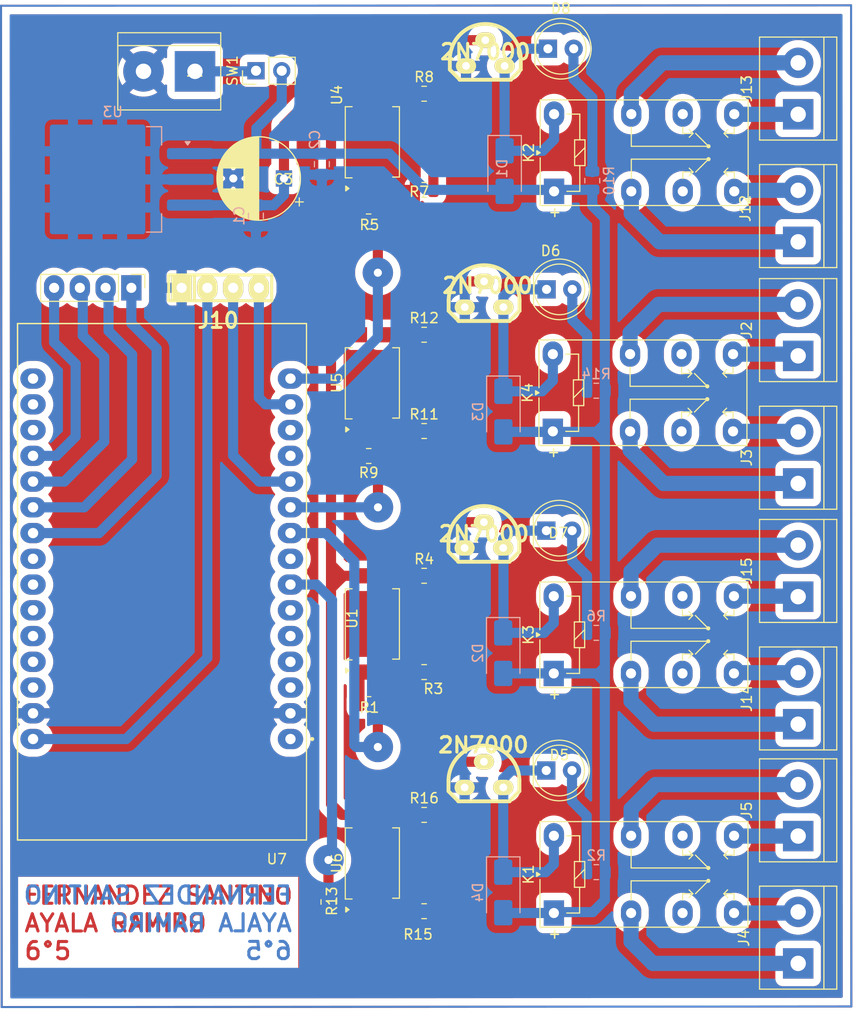
<source format=kicad_pcb>
(kicad_pcb (version 20241229) (generator "pcbnew") (generator_version "9.0")
  (layers (0 "F.Cu" signal) (2 "B.Cu" signal) (13 "F.Paste" user) (15 "B.Paste" user) (5 "F.SilkS" user "F.Silkscreen") (7 "B.SilkS" user "B.Silkscreen") (1 "F.Mask" user) (3 "B.Mask" user) (25 "Edge.Cuts" user))
  (net 0 "")
  (net 1 "GND")
  (net 2 "+5V")
  (net 3 "12V")
  (net 4 "Net-(D1-A)")
  (net 5 "Net-(D2-A)")
  (net 6 "Net-(D3-A)")
  (net 7 "Net-(D4-A)")
  (net 8 "NO1")
  (net 9 "COM1")
  (net 10 "NO1.1")
  (net 11 "COM1.1")
  (net 12 "COM2.1")
  (net 13 "NO2.1")
  (net 14 "COM2")
  (net 15 "NO2")
  (net 16 "NO1.2")
  (net 17 "COM1.2")
  (net 18 "COM2.2")
  (net 19 "NO2.2")
  (net 20 "COM1.3")
  (net 21 "NO1.3")
  (net 22 "COM2.3")
  (net 23 "NO2.3")
  (net 24 "Net-(Q1-G)")
  (net 25 "Net-(R8-Pad1)")
  (net 26 "Net-(Q2-G)")
  (net 27 "Net-(Q3-G)")
  (net 28 "Net-(R4-Pad1)")
  (net 29 "Net-(Q4-G)")
  (net 30 "Net-(R12-Pad1)")
  (net 31 "Net-(R1-Pad2)")
  (net 32 "Net-(R5-Pad2)")
  (net 33 "GPIO18")
  (net 34 "Net-(R16-Pad1)")
  (net 35 "Net-(R9-Pad2)")
  (net 36 "Net-(R13-Pad2)")
  (net 37 "5V")
  (net 38 "SCL")
  (net 39 "SDA")
  (net 40 "GPIO23")
  (net 41 "GPIO19")
  (net 42 "GPIO17")
  (net 43 "Net-(D5-A)")
  (net 44 "Net-(D6-A)")
  (net 45 "Net-(D7-A)")
  (net 46 "Net-(D8-A)")
  (net 47 "GPIO33")
  (net 48 "GPIO32")
  (net 49 "Net-(J1-Pin_1)")
  (net 58 "GPIO34")
  (net 59 "GPIO35")
  (footprint "Resistor_SMD:R_0805_2012Metric" (layer "F.Cu") (at 114.89 116.63)
    (property "Reference" "R12")
    (property "Value" "1k")
  )
  (footprint "TerminalBlock:TerminalBlock_bornier-2_P5.08mm" (layer "F.Cu") (at 151.79425 142.47 90)
    (property "Reference" "J15")
    (property "Value" "Screw_Terminal_01x02")
  )
  (footprint "TerminalBlock:TerminalBlock_bornier-2_P5.08mm" (layer "F.Cu") (at 151.79425 94.88 90)
    (property "Reference" "J13")
    (property "Value" "Screw_Terminal_01x02")
  )
  (footprint "TerminalBlock:TerminalBlock_bornier-2_P5.08mm" (layer "F.Cu") (at 151.79425 107.46 90)
    (property "Reference" "J12")
    (property "Value" "Screw_Terminal_01x02")
  )
  (footprint "Package_SO:SSO-4_6.7x5.1mm_P2.54mm_Clearance8mm" (layer "F.Cu") (at 109.78 145.16 90)
    (property "Reference" "U1")
    (property "Value" "PC817")
  )
  (footprint "Resistor_SMD:R_0805_2012Metric" (layer "F.Cu") (at 114.89 173.5 180)
    (property "Reference" "R15")
    (property "Value" "10k")
  )
  (footprint "LED_THT:LED_D5.0mm" (layer "F.Cu") (at 126.95 135.955)
    (property "Reference" "D7")
    (property "Value" "LED")
  )
  (footprint "Package_SO:SSO-4_6.7x5.1mm_P2.54mm_Clearance8mm" (layer "F.Cu") (at 109.78 97.6 90)
    (property "Reference" "U4")
    (property "Value" "PC817")
  )
  (footprint "Resistor_SMD:R_0805_2012Metric" (layer "F.Cu") (at 114.89 92.85)
    (property "Reference" "R8")
    (property "Value" "1k")
  )
  (footprint "Resistor_SMD:R_0805_2012Metric" (layer "F.Cu") (at 114.89 126.127)
    (property "Reference" "R11")
    (property "Value" "10k")
  )
  (footprint "EESTN5:to92" (layer "F.Cu") (at 120.92575 89.47)
    (property "Reference" "Q2" (hide yes))
    (property "Value" "2N7000")
  )
  (footprint "Connector_PinHeader_2.54mm:PinHeader_1x02_P2.54mm_Vertical" (layer "F.Cu") (at 98.3 90.58 90)
    (property "Reference" "SW1")
    (property "Value" "SW_SPST")
  )
  (footprint "EESTN5:to92" (layer "F.Cu") (at 120.805 113.27)
    (property "Reference" "Q3" (hide yes))
    (property "Value" "2N7000")
  )
  (footprint "Package_SO:SSO-4_6.7x5.1mm_P2.54mm_Clearance8mm" (layer "F.Cu") (at 109.78 121.38 90)
    (property "Reference" "U5")
    (property "Value" "PC817")
  )
  (footprint "LED_THT:LED_D5.0mm" (layer "F.Cu") (at 126.94 159.618)
    (property "Reference" "D5")
    (property "Value" "LED")
  )
  (footprint "Resistor_SMD:R_0805_2012Metric" (layer "F.Cu") (at 114.89 149.91 180)
    (property "Reference" "R3")
    (property "Value" "10k")
  )
  (footprint "Relay_THT:Relay_DPDT_Omron_G6A" (layer "F.Cu") (at 127.679706 150.04 90)
    (property "Reference" "K3")
    (property "Value" "G6AU")
  )
  (footprint "LED_THT:LED_D5.0mm" (layer "F.Cu") (at 126.97 112.15)
    (property "Reference" "D6")
    (property "Value" "LED")
  )
  (footprint "Relay_THT:Relay_DPDT_Omron_G6A" (layer "F.Cu") (at 127.589706 126.16 90)
    (property "Reference" "K4")
    (property "Value" "G6AU")
  )
  (footprint "EESTN5:to92" (layer "F.Cu") (at 120.79 160.658)
    (property "Reference" "Q4" (hide yes))
    (property "Value" "2N7000")
  )
  (footprint "Connector_PinHeader_2.54mm:PinHeader_1x04_P2.54mm_Vertical" (layer "F.Cu") (at 86 112 -90)
    (property "Reference" "J6")
    (property "Value" "PINERA")
  )
  (footprint "TerminalBlock:TerminalBlock_bornier-2_P5.08mm" (layer "F.Cu") (at 151.79425 166.088 90)
    (property "Reference" "J5")
    (property "Value" "Screw_Terminal_01x02")
  )
  (footprint "Resistor_SMD:R_0805_2012Metric" (layer "F.Cu") (at 114.89 164)
    (property "Reference" "R16")
    (property "Value" "1k")
  )
  (footprint "Capacitor_THT:CP_Radial_D8.0mm_P5.00mm" (layer "F.Cu") (at 101.06 101.21 180)
    (property "Reference" "C3")
    (property "Value" "0.1uf")
  )
  (footprint "Resistor_SMD:R_0805_2012Metric" (layer "F.Cu") (at 114.89 140.41)
    (property "Reference" "R4")
    (property "Value" "1k")
  )
  (footprint "TerminalBlock:TerminalBlock_bornier-2_P5.08mm" (layer "F.Cu") (at 151.79425 178.65 90)
    (property "Reference" "J4")
    (property "Value" "Screw_Terminal_01x02")
  )
  (footprint "Resistor_SMD:R_0805_2012Metric" (layer "F.Cu") (at 109.4225 128.59 180)
    (property "Reference" "R9")
    (property "Value" "1k")
  )
  (footprint "EESTN5:to92" (layer "F.Cu") (at 120.785 137.025)
    (property "Reference" "Q1" (hide yes))
    (property "Value" "2N7000")
  )
  (footprint "Resistor_SMD:R_0805_2012Metric" (layer "F.Cu") (at 109.41 153.07 180)
    (property "Reference" "R1")
    (property "Value" "1k")
  )
  (footprint "Relay_THT:Relay_DPDT_Omron_G6A" (layer "F.Cu") (at 127.689706 173.68 90)
    (property "Reference" "K1")
    (property "Value" "G6AU")
  )
  (footprint "TerminalBlock:TerminalBlock_bornier-2_P5.08mm" (layer "F.Cu") (at 92.28 90.64 180)
    (property "Reference" "J1")
    (property "Value" "Screw_Terminal_01x02")
  )
  (footprint "Relay_THT:Relay_DPDT_Omron_G6A" (layer "F.Cu") (at 127.709706 102.48 90)
    (property "Reference" "K2")
    (property "Value" "G6AU")
  )
  (footprint "EESTN5:pin_strip_4" (layer "F.Cu") (at 94.77 112)
    (property "Reference" "J10")
    (property "Value" "LCD I2C" (hide yes))
  )
  (footprint "Package_SO:SSO-4_6.7x5.1mm_P2.54mm_Clearance8mm" (layer "F.Cu") (at 109.78 168.75 90)
    (property "Reference" "U6")
    (property "Value" "PC817")
  )
  (footprint "Resistor_SMD:R_0805_2012Metric" (layer "F.Cu") (at 109.41 105.45 180)
    (property "Reference" "R5")
    (property "Value" "1k")
  )
  (footprint "TerminalBlock:TerminalBlock_bornier-2_P5.08mm" (layer "F.Cu") (at 151.79425 118.71 90)
    (property "Reference" "J2")
    (property "Value" "Screw_Terminal_01x02")
  )
  (footprint "Resistor_SMD:R_0805_2012Metric" (layer "F.Cu") (at 114.89 102.34 180)
    (property "Reference" "R7")
    (property "Value" "10k")
  )
  (footprint "MixLib-main:MODULE_ESP32_DEVKIT_V1" (layer "F.Cu") (at 89 141 180)
    (property "Reference" "U7")
    (property "Value" "ESP32-DEVKIT-30pin")
  )
  (footprint "TerminalBlock:TerminalBlock_bornier-2_P5.08mm" (layer "F.Cu") (at 151.79425 131.3 90)
    (property "Reference" "J3")
    (property "Value" "Screw_Terminal_01x02")
  )
  (footprint "TerminalBlock:TerminalBlock_bornier-2_P5.08mm" (layer "F.Cu") (at 151.79425 155.05 90)
    (property "Reference" "J14")
    (property "Value" "Screw_Terminal_01x02")
  )
  (footprint "Resistor_SMD:R_0805_2012Metric" (layer "F.Cu") (at 105.45 172.5875 -90)
    (property "Reference" "R13")
    (property "Value" "1k")
  )
  (footprint "LED_THT:LED_D5.0mm" (layer "F.Cu") (at 127.10575 88.41)
    (property "Reference" "D8")
    (property "Value" "LED")
  )
  (footprint "Resistor_SMD:R_0805_2012Metric" (layer "B.Cu") (at 131.48 101.42 90)
    (property "Reference" "R10")
    (property "Value" "1k")
  )
  (footprint "Capacitor_SMD:C_0805_2012Metric_Pad1.18x1.45mm_HandSolder" (layer "B.Cu") (at 104.8 99.8 -90)
    (property "Reference" "C2")
    (property "Value" "0.22uf")
  )
  (footprint "Diode_SMD:D_SMA" (layer "B.Cu") (at 122.69 148.04 -90)
    (property "Reference" "D2")
    (property "Value" "DIODE")
  )
  (footprint "Diode_SMD:D_SMA" (layer "B.Cu") (at 122.83075 100.48 -90)
    (property "Reference" "D1")
    (property "Value" "DIODE")
  )
  (footprint "Resistor_SMD:R_0805_2012Metric" (layer "B.Cu") (at 131.8725 122.15 180)
    (property "Reference" "R14")
    (property "Value" "1k")
  )
  (footprint "Diode_SMD:D_SMA" (layer "B.Cu") (at 122.695 171.65 -90)
    (property "Reference" "D4")
    (property "Value" "DIODE")
  )
  (footprint "Diode_SMD:D_SMA" (layer "B.Cu") (at 122.71 124.21 -90)
    (property "Reference" "D3")
    (property "Value" "DIODE")
  )
  (footprint "Resistor_SMD:R_0805_2012Metric" (layer "B.Cu") (at 131.8725 146.04 180)
    (property "Reference" "R6")
    (property "Value" "1k")
  )
  (footprint "Resistor_SMD:R_0805_2012Metric" (layer "B.Cu") (at 131.8725 169.65 180)
    (property "Reference" "R2")
    (property "Value" "1k")
  )
  (footprint "Capacitor_SMD:C_0805_2012Metric_Pad1.18x1.45mm_HandSolder" (layer "B.Cu") (at 98.29 104.8875 -90)
    (property "Reference" "C1")
    (property "Value" "0.1uf")
  )
  (footprint "Package_TO_SOT_SMD:TO-263-3_TabPin2" (layer "B.Cu") (at 84.165 101.3 180)
    (property "Reference" "U3")
    (property "Value" "L7805")
  )
  (gr_line (start 73.14 84.17) (end 157.02 84.13) (stroke (width 0.2)) (layer "F.Cu"))
  (gr_line (start 157.02 84.13) (end 157.04 182.9) (stroke (width 0.2)) (layer "F.Cu"))
  (gr_line (start 157.04 182.9) (end 73.21 182.96) (stroke (width 0.2)) (layer "F.Cu"))
  (gr_line (start 73.21 182.96) (end 73.14 84.17) (stroke (width 0.2)) (layer "F.Cu"))
  (gr_line (start 73.21 182.96) (end 73.14 84.17) (stroke (width 0.2)) (layer "B.Cu"))
  (gr_line (start 157.04 182.9) (end 73.21 182.96) (stroke (width 0.2)) (layer "B.Cu"))
  (gr_line (start 73.14 84.17) (end 157.02 84.13) (stroke (width 0.2)) (layer "B.Cu"))
  (gr_line (start 157.02 84.13) (end 157.04 182.9) (stroke (width 0.2)) (layer "B.Cu"))
  (gr_text "FERNANDEZ SANTINO\nAYALA RAMIRO\n6°5\n\n" (at 75.3 181.15 0) (layer "F.Cu") (effects (font (size 1.7 1.7) (thickness 0.3) (bold yes)) (justify left bottom)))
  (gr_text "FERNANDEZ SANTINO\nAYALA RAMIRO\n6°5\n" (at 102 178.4 0) (layer "B.Cu") (effects (font (size 1.7 1.7) (thickness 0.3) (bold yes)) (justify left bottom mirror)))
  (segment (start 105.7 141.66) (end 105.7 162.92) (width 1) (layer "F.Cu") (net 2))
  (segment (start 106.79 116.34) (end 105.7 115.25) (width 1) (layer "F.Cu") (net 2))
  (segment (start 105.7 162.92) (end 106.74 163.96) (width 1) (layer "F.Cu") (net 2))
  (segment (start 101.06 101.21) (end 101.06 95.96) (width 1) (layer "F.Cu") (net 2))
  (segment (start 105.7 93.96) (end 105.7 93.75) (width 1) (layer "F.Cu") (net 2))
  (segment (start 105.7 93.75) (end 106.6 92.85) (width 1) (layer "F.Cu") (net 2))
  (segment (start 106.6 92.85) (end 108.51 92.85) (width 1) (layer "F.Cu") (net 2))
  (segment (start 106.79 116.63) (end 106.79 116.34) (width 1) (layer "F.Cu") (net 2))
  (segment (start 106.79 116.63) (end 108.51 116.63) (width 1) (layer "F.Cu") (net 2))
  (segment (start 106.25 116.63) (end 106.79 116.63) (width 1) (layer "F.Cu") (net 2))
  (segment (start 105.7 116.6) (end 106.22 116.6) (width 1) (layer "F.Cu") (net 2))
  (segment (start 105.7 115.25) (end 105.7 116.6) (width 1) (layer "F.Cu") (net 2))
  (segment (start 105.7 118.03) (end 105.7 139.31) (width 1) (layer "F.Cu") (net 2))
  (segment (start 105.7 141.66) (end 106.8 140.56) (width 1) (layer "F.Cu") (net 2))
  (segment (start 105.7 140.36) (end 105.7 141.66) (width 1) (layer "F.Cu") (net 2))
  (segment (start 105.7 140.36) (end 105.75 140.41) (width 1) (layer "F.Cu") (net 2))
  (segment (start 105.7 118.03) (end 105.7 117.72) (width 1) (layer "F.Cu") (net 2))
  (segment (start 101.06 95.96) (end 104.17 92.85) (width 1) (layer "F.Cu") (net 2))
  (segment (start 106.8 140.41) (end 105.7 139.31) (width 1) (layer "F.Cu") (net 2))
  (segment (start 105.7 116.6) (end 105.7 118.03) (width 1) (layer "F.Cu") (net 2))
  (segment (start 106.78 164) (end 106.74 163.96) (width 0.2) (layer "F.Cu") (net 2))
  (segment (start 106.91 140.41) (end 106.8 140.41) (width 1) (layer "F.Cu") (net 2))
  (segment (start 104.17 92.85) (end 104.82 92.85) (width 1) (layer "F.Cu") (net 2))
  (segment (start 104.82 92.85) (end 105.7 92.85) (width 1) (layer "F.Cu") (net 2))
  (segment (start 106.91 140.41) (end 108.51 140.41) (width 1) (layer "F.Cu") (net 2))
  (segment (start 105.7 93.73) (end 104.82 92.85) (width 1) (layer "F.Cu") (net 2))
  (segment (start 105.7 92.85) (end 106.6 92.85) (width 1) (layer "F.Cu") (net 2))
  (segment (start 105.7 117.72) (end 106.79 116.63) (width 1) (layer "F.Cu") (net 2))
  (segment (start 105.7 93.96) (end 105.7 115.25) (width 1) (layer "F.Cu") (net 2))
  (segment (start 105.75 140.41) (end 106.91 140.41) (width 1) (layer "F.Cu") (net 2))
  (segment (start 105.7 93.96) (end 105.7 93.73) (width 1) (layer "F.Cu") (net 2))
  (segment (start 106.22 116.6) (end 106.25 116.63) (width 1) (layer "F.Cu") (net 2))
  (segment (start 106.8 140.56) (end 106.8 140.41) (width 1) (layer "F.Cu") (net 2))
  (segment (start 108.51 164) (end 106.78 164) (width 1) (layer "F.Cu") (net 2))
  (segment (start 105.7 92.85) (end 105.7 93.96) (width 1) (layer "F.Cu") (net 2))
  (segment (start 105.7 139.31) (end 105.7 140.36) (width 1) (layer "F.Cu") (net 2))
  (segment (start 101.06 102.83) (end 101.06 101.21) (width 1) (layer "B.Cu") (net 2))
  (segment (start 98.29 103.85) (end 100.04 103.85) (width 1) (layer "B.Cu") (net 2))
  (segment (start 91.825 103.85) (end 91.815 103.84) (width 0.2) (layer "B.Cu") (net 2))
  (segment (start 100.04 103.85) (end 101.06 102.83) (width 1) (layer "B.Cu") (net 2))
  (segment (start 98.29 103.85) (end 91.825 103.85) (width 1) (layer "B.Cu") (net 2))
  (segment (start 131.48 102.335) (end 125.185 102.335) (width 1) (layer "B.Cu") (net 3))
  (segment (start 100.84 93.76) (end 98.34 96.26) (width 1) (layer "B.Cu") (net 3))
  (segment (start 132.48 150.04) (end 131.88 150.04) (width 1) (layer "B.Cu") (net 3))
  (segment (start 98.34 96.26) (end 98.34 98.7625) (width 1) (layer "B.Cu") (net 3))
  (segment (start 122.71 126.21) (end 125.67 126.21) (width 1) (layer "B.Cu") (net 3))
  (segment (start 98.3 98.7225) (end 98.34 98.7625) (width 0.2) (layer "B.Cu") (net 3))
  (segment (start 132.72 125.08) (end 132.72 105.14) (width 1) (layer "B.Cu") (net 3))
  (segment (start 125.67 126.21) (end 127.539706 126.21) (width 1) (layer "B.Cu") (net 3))
  (segment (start 131.91 126.21) (end 132.72 125.4) (width 1) (layer "B.Cu") (net 3))
  (segment (start 132.72 105.14) (end 131.48 103.9) (width 1) (layer "B.Cu") (net 3))
  (segment (start 132.72 125.4) (end 132.72 125.08) (width 1) (layer "B.Cu") (net 3))
  (segment (start 126.505 102.335) (end 115.025 102.335) (width 1) (layer "B.Cu") (net 3))
  (segment (start 132.72 150.88) (end 131.88 150.04) (width 1) (layer "B.Cu") (net 3))
  (segment (start 132.72 150.28) (end 132.48 150.04) (width 1) (layer "B.Cu") (net 3))
  (segment (start 127.779706 173.59) (end 131.53 173.59) (width 1) (layer "B.Cu") (net 3))
  (segment (start 132.72 126.54) (end 132.72 126.05) (width 1) (layer "B.Cu") (net 3))
  (segment (start 127.539706 126.21) (end 127.589706 126.16) (width 0.2) (layer "B.Cu") (net 3))
  (segment (start 127.689706 173.68) (end 122.91 173.68) (width 1) (layer "B.Cu") (net 3))
  (segment (start 131.53 173.59) (end 132.7225 172.3975) (width 1) (layer "B.Cu") (net 3))
  (segment (start 123.1 150.04) (end 127.679706 150.04) (width 1) (layer "B.Cu") (net 3))
  (segment (start 100.84 90.58) (end 100.84 93.76) (width 1) (layer "B.Cu") (net 3))
  (segment (start 132.72 168.569252) (end 132.72 150.88) (width 1) (layer "B.Cu") (net 3))
  (segment (start 91.82 98.705) (end 91.79 98.735) (width 1) (layer "B.Cu") (net 3))
  (segment (start 122.91 173.68) (end 122.88 173.65) (width 1) (layer "B.Cu") (net 3))
  (segment (start 132.56 126.21) (end 132.72 126.05) (width 1) (layer "B.Cu") (net 3))
  (segment (start 131.88 126.21) (end 131.88 126.31) (width 1) (layer "B.Cu") (net 3))
  (segment (start 131.48 103.9) (end 131.48 102.335) (width 1) (layer "B.Cu") (net 3))
  (segment (start 125.67 126.21) (end 131.88 126.21) (width 1) (layer "B.Cu") (net 3))
  (segment (start 115.025 102.335) (end 111.4525 98.7625) (width 1) (layer "B.Cu") (net 3))
  (segment (start 131.88 150.04) (end 127.679706 150.04) (width 1) (layer "B.Cu") (net 3))
  (segment (start 132.72 150.74) (end 132.72 150.28) (width 1) (layer "B.Cu") (net 3))
  (segment (start 132.72 127.15) (end 132.72 127.25) (width 1) (layer "B.Cu") (net 3))
  (segment (start 132.72 126.05) (end 132.72 125.4) (width 1) (layer "B.Cu") (net 3))
  (segment (start 131.88 126.21) (end 131.91 126.21) (width 1) (layer "B.Cu") (net 3))
  (segment (start 92.165 98.77) (end 98.3325 98.77) (width 1) (layer "B.Cu") (net 3))
  (segment (start 127.689706 173.68) (end 127.779706 173.59) (width 1) (layer "B.Cu") (net 3))
  (segment (start 98.3325 98.77) (end 98.34 98.7625) (width 0.2) (layer "B.Cu") (net 3))
  (segment (start 131.88 126.31) (end 132.72 127.15) (width 1) (layer "B.Cu") (net 3))
  (segment (start 111.4525 98.7625) (end 98.34 98.7625) (width 1) (layer "B.Cu") (net 3))
  (segment (start 132.72 105.14) (end 132.15 104.57) (width 1) (layer "B.Cu") (net 3))
  (segment (start 131.88 150.04) (end 132.08 150.04) (width 1) (layer "B.Cu") (net 3))
  (segment (start 132.72 149.4) (end 132.72 127.25) (width 1) (layer "B.Cu") (net 3))
  (segment (start 132.72 149.82) (end 132.72 149.4) (width 1) (layer "B.Cu") (net 3))
  (segment (start 132.7225 172.3975) (end 132.7225 168.571752) (width 1) (layer "B.Cu") (net 3))
  (segment (start 91.79 98.735) (end 91.815 98.76) (width 0.2) (layer "B.Cu") (net 3))
  (segment (start 132.7225 168.571752) (end 132.72 168.569252) (width 1) (layer "B.Cu") (net 3))
  (segment (start 132.08 150.04) (end 132.72 149.4) (width 1) (layer "B.Cu") (net 3))
  (segment (start 132.72 127.25) (end 132.72 126.54) (width 1) (layer "B.Cu") (net 3))
  (segment (start 131.88 126.21) (end 132.56 126.21) (width 1) (layer "B.Cu") (net 3))
  (segment (start 132.72 150.28) (end 132.72 149.82) (width 1) (layer "B.Cu") (net 3))
  (segment (start 122.83075 98.48) (end 122.83075 90.105) (width 1) (layer "B.Cu") (net 4))
  (segment (start 127.709706 97.370294) (end 127.709706 94.86) (width 1) (layer "B.Cu") (net 4))
  (segment (start 127.10575 88.41) (end 124.52575 88.41) (width 1) (layer "B.Cu") (net 4))
  (segment (start 124.52575 88.41) (end 122.83075 90.105) (width 1) (layer "B.Cu") (net 4))
  (segment (start 122.83075 98.48) (end 126.6 98.48) (width 1) (layer "B.Cu") (net 4))
  (segment (start 126.6 98.48) (end 127.709706 97.370294) (width 1) (layer "B.Cu") (net 4))
  (segment (start 122.69 137.66) (end 122.72 137.69) (width 1) (layer "B.Cu") (net 5))
  (segment (start 126.71 146.04) (end 127.679706 145.070294) (width 1) (layer "B.Cu") (net 5))
  (segment (start 123.505 135.955) (end 122.69 136.77) (width 1) (layer "B.Cu") (net 5))
  (segment (start 123.1 146.04) (end 126.71 146.04) (width 1) (layer "B.Cu") (net 5))
  (segment (start 122.72 145.66) (end 123.1 146.04) (width 1) (layer "B.Cu") (net 5))
  (segment (start 127.679706 145.070294) (end 127.679706 142.42) (width 1) (layer "B.Cu") (net 5))
  (segment (start 126.95 135.955) (end 123.505 135.955) (width 1) (layer "B.Cu") (net 5))
  (segment (start 122.72 137.69) (end 122.72 145.66) (width 1) (layer "B.Cu") (net 5))
  (segment (start 122.69 136.77) (end 122.69 137.66) (width 1) (layer "B.Cu") (net 5))
  (segment (start 123.41 112.15) (end 122.71 112.85) (width 1) (layer "B.Cu") (net 6))
  (segment (start 122.71 122.21) (end 122.71 113.905) (width 1) (layer "B.Cu") (net 6))
  (segment (start 122.71 122.21) (end 126.53 122.21) (width 1) (layer "B.Cu") (net 6))
  (segment (start 122.71 112.85) (end 122.71 113.905) (width 1) (layer "B.Cu") (net 6))
  (segment (start 126.53 122.21) (end 127.589706 121.150294) (width 1) (layer "B.Cu") (net 6))
  (segment (start 127.589706 121.150294) (end 127.589706 118.54) (width 1) (layer "B.Cu") (net 6))
  (segment (start 126.97 112.15) (end 123.41 112.15) (width 1) (layer "B.Cu") (net 6))
  (segment (start 126.89 169.65) (end 127.689706 168.850294) (width 1) (layer "B.Cu") (net 7))
  (segment (start 127.689706 168.850294) (end 127.689706 166.06) (width 1) (layer "B.Cu") (net 7))
  (segment (start 123.502 159.618) (end 122.695 160.425) (width 1) (layer "B.Cu") (net 7))
  (segment (start 126.94 159.618) (end 123.502 159.618) (width 1) (layer "B.Cu") (net 7))
  (segment (start 122.695 160.425) (end 122.695 161.293) (width 1) (layer "B.Cu") (net 7))
  (segment (start 122.695 161.293) (end 122.695 169.465) (width 1) (layer "B.Cu") (net 7))
  (segment (start 122.88 169.65) (end 126.89 169.65) (width 1) (layer "B.Cu") (net 7))
  (segment (start 122.695 169.465) (end 122.88 169.65) (width 1) (layer "B.Cu") (net 7))
  (segment (start 151.79425 102.38) (end 145.45 102.38) (width 1.5) (layer "B.Cu") (net 8))
  (segment (start 138.12 107.46) (end 135.329706 104.669706) (width 1.5) (layer "B.Cu") (net 9))
  (segment (start 135.329706 104.669706) (end 135.329706 102.48) (width 1.5) (layer "B.Cu") (net 9))
  (segment (start 151.79425 107.46) (end 138.12 107.46) (width 1.5) (layer "B.Cu") (net 9))
  (segment (start 151.79425 149.97) (end 145.29425 149.97) (width 1.5) (layer "B.Cu") (net 10))
  (segment (start 135.299706 152.769706) (end 135.299706 150.04) (width 1.5) (layer "B.Cu") (net 11))
  (segment (start 137.58 155.05) (end 135.299706 152.769706) (width 1.5) (layer "B.Cu") (net 11))
  (segment (start 151.79425 155.05) (end 137.58 155.05) (width 1.5) (layer "B.Cu") (net 11))
  (segment (start 135.299706 139.980294) (end 135.299706 142.42) (width 1.5) (layer "B.Cu") (net 12))
  (segment (start 151.79425 137.39) (end 137.89 137.39) (width 1.5) (layer "B.Cu") (net 12))
  (segment (start 137.89 137.39) (end 135.299706 139.980294) (width 1.5) (layer "B.Cu") (net 12))
  (segment (start 151.79425 142.47) (end 151.74425 142.42) (width 1.5) (layer "B.Cu") (net 13))
  (segment (start 151.74425 142.42) (end 145.34425 142.42) (width 1.5) (layer "B.Cu") (net 13))
  (segment (start 145.34425 142.42) (end 145.29425 142.47) (width 1.5) (layer "B.Cu") (net 13))
  (segment (start 151.79425 89.8) (end 138.39 89.8) (width 1.5) (layer "B.Cu") (net 14))
  (segment (start 138.39 89.8) (end 135.329706 92.860294) (width 1.5) (layer "B.Cu") (net 14))
  (segment (start 135.329706 92.860294) (end 135.329706 94.86) (width 1.5) (layer "B.Cu") (net 14))
  (segment (start 151.79425 94.88) (end 145.45 94.88) (width 1.5) (layer "B.Cu") (net 15))
  (segment (start 151.79425 126.22) (end 151.73425 126.16) (width 1.5) (layer "B.Cu") (net 16))
  (segment (start 145.36425 126.16) (end 145.31425 126.21) (width 1.5) (layer "B.Cu") (net 16))
  (segment (start 151.73425 126.16) (end 145.36425 126.16) (width 1.5) (layer "B.Cu") (net 16))
  (segment (start 151.79425 131.3) (end 138.51 131.3) (width 1.5) (layer "B.Cu") (net 17))
  (segment (start 138.51 131.3) (end 135.209706 127.999706) (width 1.5) (layer "B.Cu") (net 17))
  (segment (start 135.209706 127.999706) (end 135.209706 126.16) (width 1.5) (layer "B.Cu") (net 17))
  (segment (start 135.209706 116.440294) (end 135.209706 118.54) (width 1.5) (layer "B.Cu") (net 18))
  (segment (start 138.02 113.63) (end 135.209706 116.440294) (width 1.5) (layer "B.Cu") (net 18))
  (segment (start 151.79425 113.63) (end 138.02 113.63) (width 1.5) (layer "B.Cu") (net 18))
  (segment (start 151.79425 118.71) (end 151.62425 118.54) (width 1.5) (layer "B.Cu") (net 19))
  (segment (start 151.62425 118.54) (end 145.48425 118.54) (width 1.5) (layer "B.Cu") (net 19))
  (segment (start 145.48425 118.54) (end 145.31425 118.71) (width 1.5) (layer "B.Cu") (net 19))
  (segment (start 151.79425 178.65) (end 137.45 178.65) (width 1.5) (layer "B.Cu") (net 20))
  (segment (start 137.45 178.65) (end 135.309706 176.509706) (width 1.5) (layer "B.Cu") (net 20))
  (segment (start 135.309706 176.509706) (end 135.309706 173.68) (width 1.5) (layer "B.Cu") (net 20))
  (segment (start 151.68425 173.68) (end 151.79425 173.57) (width 0.2) (layer "B.Cu") (net 21))
  (segment (start 145.469706 173.68) (end 151.68425 173.68) (width 1.5) (layer "B.Cu") (net 21))
  (segment (start 145.746 174.133) (end 145.203 173.59) (width 0.2) (layer "B.Cu") (net 21))
  (segment (start 145.36625 173.68) (end 145.27425 173.588) (width 1.5) (layer "B.Cu") (net 21))
  (segment (start 135.309706 163.410294) (end 135.309706 166.06) (width 1.5) (layer "B.Cu") (net 22))
  (segment (start 151.79425 161.008) (end 137.712 161.008) (width 1.5) (layer "B.Cu") (net 22))
  (segment (start 137.712 161.008) (end 135.309706 163.410294) (width 1.5) (layer "B.Cu") (net 22))
  (segment (start 151.79425 166.088) (end 145.27425 166.088) (width 1.5) (layer "B.Cu") (net 23))
  (segment (start 115.8025 140.41) (end 115.8025 149.91) (width 1) (layer "F.Cu") (net 24))
  (segment (start 117.31 135.12) (end 115.8025 136.6275) (width 1) (layer "F.Cu") (net 24))
  (segment (start 117.31 135.12) (end 120.785 135.12) (width 1) (layer "F.Cu") (net 24))
  (segment (start 115.8025 136.6275) (end 115.8025 140.41) (width 1) (layer "F.Cu") (net 24))
  (segment (start 111.05 92.85) (end 113.9775 92.85) (width 1) (layer "F.Cu") (net 25))
  (segment (start 117.455 87.565) (end 115.8025 89.2175) (width 1) (layer "F.Cu") (net 26))
  (segment (start 115.8025 89.2175) (end 115.8025 92.82) (width 1) (layer "F.Cu") (net 26))
  (segment (start 117.455 87.565) (end 120.92575 87.565) (width 1) (layer "F.Cu") (net 26))
  (segment (start 115.8025 92.82) (end 115.8025 102.34) (width 1) (layer "F.Cu") (net 26))
  (segment (start 115.8025 112.8775) (end 115.8025 116.63) (width 1) (layer "F.Cu") (net 27))
  (segment (start 115.8025 116.63) (end 115.8025 126.127) (width 1) (layer "F.Cu") (net 27))
  (segment (start 120.805 111.365) (end 117.315 111.365) (width 1) (layer "F.Cu") (net 27))
  (segment (start 117.315 111.365) (end 115.8025 112.8775) (width 1) (layer "F.Cu") (net 27))
  (segment (start 111.05 140.41) (end 113.9775 140.41) (width 1) (layer "F.Cu") (net 28))
  (segment (start 117.387 158.753) (end 115.8025 160.3375) (width 1) (layer "F.Cu") (net 29))
  (segment (start 115.8025 173.5) (end 115.8025 164) (width 1) (layer "F.Cu") (net 29))
  (segment (start 120.79 158.753) (end 117.387 158.753) (width 1) (layer "F.Cu") (net 29))
  (segment (start 115.8025 160.3375) (end 115.8025 164) (width 1) (layer "F.Cu") (net 29))
  (segment (start 111.05 116.63) (end 113.9775 116.63) (width 1) (layer "F.Cu") (net 30))
  (segment (start 108.51 149.91) (end 108.51 153.0575) (width 1) (layer "F.Cu") (net 31))
  (segment (start 108.51 153.0575) (end 108.4975 153.07) (width 0.2) (layer "F.Cu") (net 31))
  (segment (start 108.51 102.35) (end 108.51 105.4375) (width 1) (layer "F.Cu") (net 32))
  (segment (start 108.51 105.4375) (end 108.4975 105.45) (width 0.2) (layer "F.Cu") (net 32))
  (segment (start 110.3225 153.07) (end 110.3225 157.3) (width 1) (layer "F.Cu") (net 33))
  (via (at 110.3225 157.3) (size 3) (drill 0.8) (layers "F.Cu" "B.Cu") (net 33))
  (segment (start 108.2 157.3) (end 108 157.1) (width 1) (layer "B.Cu") (net 33))
  (segment (start 105.195 136.195) (end 101.7 136.195) (width 1) (layer "B.Cu") (net 33))
  (segment (start 108 139) (end 105.195 136.195) (width 1) (layer "B.Cu") (net 33))
  (segment (start 110.42 157.3) (end 108.2 157.3) (width 1) (layer "B.Cu") (net 33))
  (segment (start 108 157.1) (end 108 139) (width 1) (layer "B.Cu") (net 33))
  (segment (start 113.9775 164) (end 111.05 164) (width 1) (layer "F.Cu") (net 34))
  (segment (start 108.51 128.59) (end 108.51 126.13) (width 1) (layer "F.Cu") (net 35))
  (segment (start 105.45 173.5) (end 108.51 173.5) (width 1) (layer "F.Cu") (net 36))
  (segment (start 93.5 148.5) (end 93.5 112) (width 1) (layer "B.Cu") (net 37))
  (segment (start 76.3 156.515) (end 85.485 156.515) (width 1) (layer "B.Cu") (net 37))
  (segment (start 85.485 156.515) (end 93.5 148.5) (width 1) (layer "B.Cu") (net 37))
  (segment (start 98.58 122.83) (end 99.245 123.495) (width 1) (layer "B.Cu") (net 38))
  (segment (start 99.245 123.495) (end 101.7 123.495) (width 1) (layer "B.Cu") (net 38))
  (segment (start 98.58 112) (end 98.58 122.83) (width 1) (layer "B.Cu") (net 38))
  (segment (start 96.04 128.54) (end 98.615 131.115) (width 1) (layer "B.Cu") (net 39))
  (segment (start 96.04 112) (end 96.04 128.54) (width 1) (layer "B.Cu") (net 39))
  (segment (start 98.615 131.115) (end 101.7 131.115) (width 1) (layer "B.Cu") (net 39))
  (segment (start 110.3225 105.45) (end 110.3225 110.51) (width 1) (layer "F.Cu") (net 40))
  (via (at 110.3225 110.51) (size 3) (drill 0.8) (layers "F.Cu" "B.Cu") (net 40))
  (segment (start 101.7 120.955) (end 106.245 120.955) (width 1) (layer "B.Cu") (net 40))
  (segment (start 108.2 119) (end 109.2 118) (width 0.8) (layer "B.Cu") (net 40))
  (segment (start 110.3225 116.8775) (end 110.3225 110.51) (width 1) (layer "B.Cu") (net 40))
  (segment (start 109.2 118) (end 110.3225 116.8775) (width 1) (layer "B.Cu") (net 40))
  (segment (start 106.245 120.955) (end 109.2 118) (width 1) (layer "B.Cu") (net 40))
  (segment (start 110.335 128.59) (end 110.335 133.655) (width 1) (layer "F.Cu") (net 41))
  (via (at 110.335 133.655) (size 3) (drill 0.8) (layers "F.Cu" "B.Cu") (net 41))
  (segment (start 110.335 133.49) (end 110.335 133.655) (width 1) (layer "B.Cu") (net 41))
  (segment (start 101.7 133.655) (end 110.335 133.655) (width 1) (layer "B.Cu") (net 41))
  (segment (start 110 133.155) (end 110.335 133.49) (width 1) (layer "B.Cu") (net 41))
  (segment (start 105.72 168.45) (end 106 168.17) (width 0.2) (layer "F.Cu") (net 42))
  (segment (start 105.56 168.45) (end 105.72 168.45) (width 0.2) (layer "F.Cu") (net 42))
  (segment (start 105.45 171.675) (end 105.45 168.45) (width 1) (layer "F.Cu") (net 42))
  (via (at 105.45 168.45) (size 3) (drill 0.8) (layers "F.Cu" "B.Cu") (net 42))
  (segment (start 104.275 141.275) (end 101.7 141.275) (width 1) (layer "B.Cu") (net 42))
  (segment (start 105.8 142.8) (end 104.275 141.275) (width 1) (layer "B.Cu") (net 42))
  (segment (start 105.56 168.45) (end 105.4 168.29) (width 1) (layer "B.Cu") (net 42))
  (segment (start 105.45 168.45) (end 105.8 168.1) (width 1) (layer "B.Cu") (net 42))
  (segment (start 105.8 168.1) (end 105.8 142.8) (width 1) (layer "B.Cu") (net 42))
  (segment (start 130.84 169.53) (end 130.93 169.44) (width 1) (layer "B.Cu") (net 43))
  (segment (start 130.93 169.44) (end 130.93 164.09) (width 1) (layer "B.Cu") (net 43))
  (segment (start 129.48 162.64) (end 129.48 159.618) (width 1) (layer "B.Cu") (net 43))
  (segment (start 130.96 169.65) (end 130.84 169.53) (width 0.2) (layer "B.Cu") (net 43))
  (segment (start 130.93 164.09) (end 129.48 162.64) (width 1) (layer "B.Cu") (net 43))
  (segment (start 130.97 116.63) (end 129.51 115.17) (width 1) (layer "B.Cu") (net 44))
  (segment (start 129.51 115.17) (end 129.51 112.15) (width 1) (layer "B.Cu") (net 44))
  (segment (start 130.97 122.14) (end 130.97 116.63) (width 1) (layer "B.Cu") (net 44))
  (segment (start 130.96 122.15) (end 130.97 122.14) (width 1) (layer "B.Cu") (net 44))
  (segment (start 130.96 146.04) (end 130.96 140.41) (width 1) (layer "B.Cu") (net 45))
  (segment (start 130.96 140.41) (end 129.49 138.94) (width 1) (layer "B.Cu") (net 45))
  (segment (start 129.49 138.94) (end 129.49 135.955) (width 1) (layer "B.Cu") (net 45))
  (segment (start 129.62 91.38) (end 129.62 88.43575) (width 1) (layer "B.Cu") (net 46))
  (segment (start 131.49 93.25) (end 129.62 91.38) (width 1) (layer "B.Cu") (net 46))
  (segment (start 129.62 88.43575) (end 129.64575 88.41) (width 1) (layer "B.Cu") (net 46))
  (segment (start 131.49 100.585) (end 131.49 93.25) (width 1) (layer "B.Cu") (net 46))
  (segment (start 83.46 112) (end 83.749 112.289) (width 1) (layer "B.Cu") (net 47))
  (segment (start 83.749 116.249) (end 86.075 118.575) (width 1) (layer "B.Cu") (net 47))
  (segment (start 81.345 133.655) (end 76.3 133.655) (width 1) (layer "B.Cu") (net 47))
  (segment (start 86.075 128.925) (end 81.345 133.655) (width 1) (layer "B.Cu") (net 47))
  (segment (start 83.749 112.289) (end 83.749 116.249) (width 1) (layer "B.Cu") (net 47))
  (segment (start 86.075 118.575) (end 86.075 128.925) (width 1) (layer "B.Cu") (net 47))
  (segment (start 82.805 136.195) (end 76.605 136.195) (width 1) (layer "B.Cu") (net 48))
  (segment (start 86 115.5) (end 88.5 118) (width 1) (layer "B.Cu") (net 48))
  (segment (start 86 112) (end 86 115.5) (width 1) (layer "B.Cu") (net 48))
  (segment (start 88.5 130.5) (end 82.805 136.195) (width 1) (layer "B.Cu") (net 48))
  (segment (start 88.5 118) (end 88.5 130.5) (width 1) (layer "B.Cu") (net 48))
  (segment (start 92.34 90.58) (end 92.28 90.64) (width 0.2) (layer "B.Cu") (net 49))
  (segment (start 98.1 90.58) (end 98.3 90.58) (width 0.2) (layer "B.Cu") (net 49))
  (segment (start 92.28 90.64) (end 98.24 90.64) (width 1) (layer "B.Cu") (net 49))
  (segment (start 98.04 90.64) (end 98.1 90.58) (width 0.2) (layer "B.Cu") (net 49))
  (segment (start 98.24 90.64) (end 98.3 90.58) (width 0.2) (layer "B.Cu") (net 49))
  (segment (start 76.3 128.575) (end 78.6 128.575) (width 1) (layer "B.Cu") (net 58))
  (segment (start 78.669 112.289) (end 78.38 112) (width 1) (layer "B.Cu") (net 58))
  (segment (start 78.38 117.38) (end 78.38 112) (width 1) (layer "B.Cu") (net 58))
  (segment (start 78.6 128.575) (end 80.5 126.675) (width 1) (layer "B.Cu") (net 58))
  (segment (start 80.5 119.5) (end 78.38 117.38) (width 1) (layer "B.Cu") (net 58))
  (segment (start 80.5 126.675) (end 80.5 119.5) (width 1) (layer "B.Cu") (net 58))
  (segment (start 81.209 116.709) (end 81.209 112.289) (width 1) (layer "B.Cu") (net 59))
  (segment (start 83.325 118.825) (end 81.209 116.709) (width 1) (layer "B.Cu") (net 59))
  (segment (start 79.385 131.115) (end 83.325 127.175) (width 1) (layer "B.Cu") (net 59))
  (segment (start 83.325 127.175) (end 83.325 118.825) (width 1) (layer "B.Cu") (net 59))
  (segment (start 76.3 131.115) (end 76.392105 131.207105) (width 1) (layer "B.Cu") (net 59))
  (segment (start 76.3 131.115) (end 79.385 131.115) (width 1) (layer "B.Cu") (net 59))
  (segment (start 81.209 112.289) (end 80.92 112) (width 1) (layer "B.Cu") (net 59))
  (zone (net 1) (net_name "GND") (layers "F.Cu" "B.Cu") (connect_pads (clearance 0.5)) (min_thickness 0.25) (fill yes (thermal_gap 0.5) (thermal_bridge_width 1))
    (polygon (pts (xy 73.14 84.17) (xy 157.02 84.13) (xy 157.04 182.9) (xy 73.21 182.96)))
  )
)
</source>
